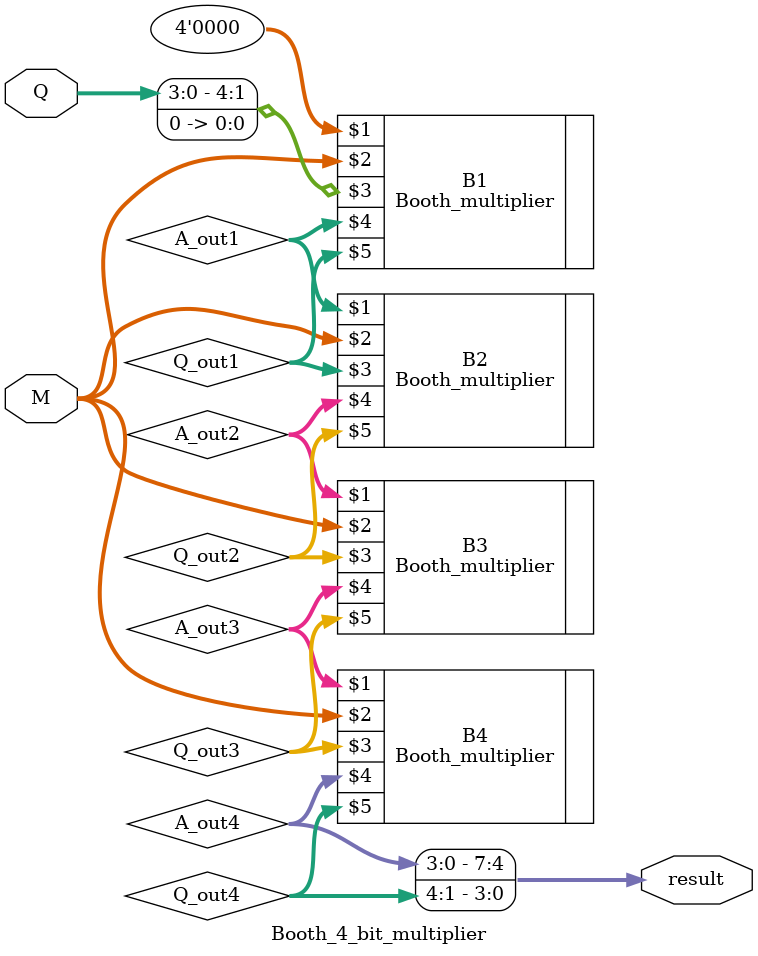
<source format=v>
`timescale 1ns / 1ps


module Booth_4_bit_multiplier(
input signed [3:0]M,
input signed [3:0]Q,
output  reg signed [7:0]result);

wire [3:0]A_out1,A_out2,A_out3,A_out4;
wire [4:0]Q_out1,Q_out2,Q_out3,Q_out4;

Booth_multiplier B1(4'b0000,M,{Q,1'b0},A_out1,Q_out1);
Booth_multiplier B2(A_out1,M,Q_out1,A_out2,Q_out2);
Booth_multiplier B3(A_out2,M,Q_out2,A_out3,Q_out3);
Booth_multiplier B4(A_out3,M,Q_out3,A_out4,Q_out4);

always@(*) begin 
  result={A_out4,Q_out4[4:1]};
end
endmodule































</source>
